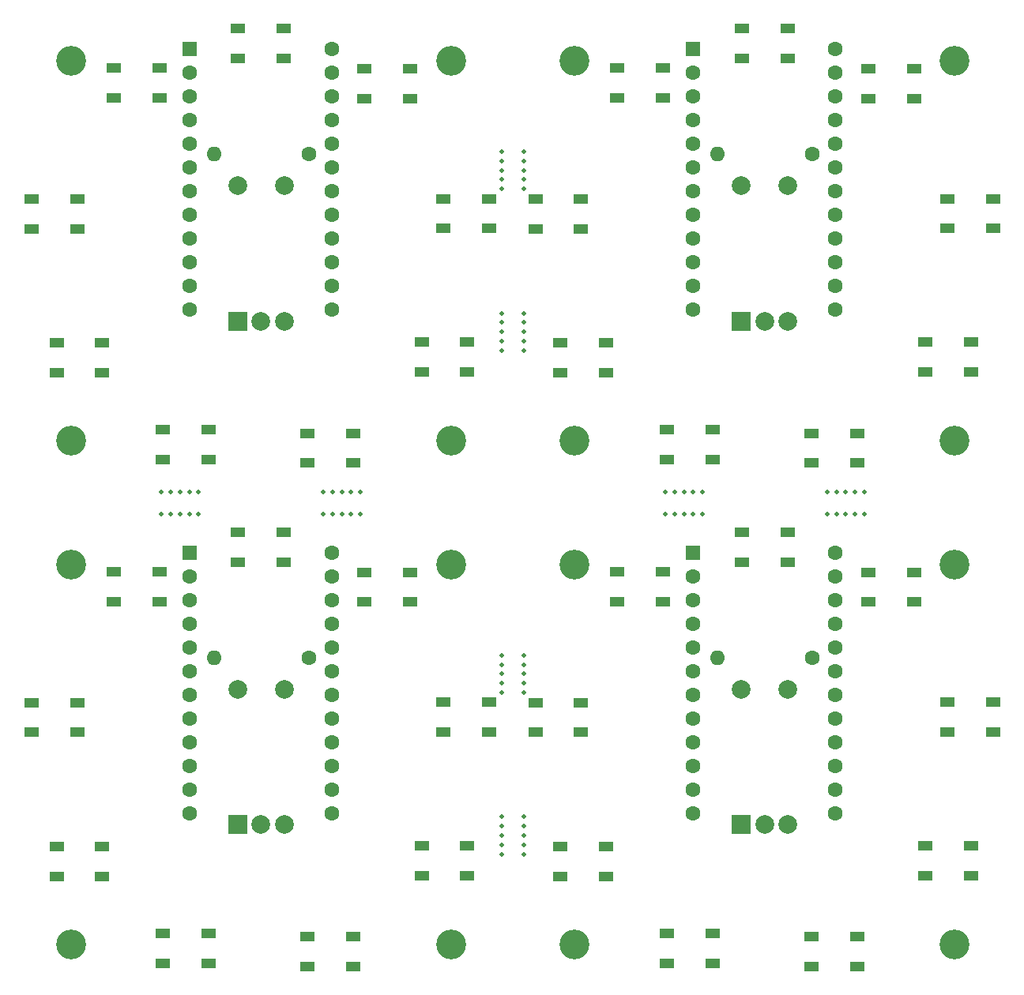
<source format=gbr>
%TF.GenerationSoftware,KiCad,Pcbnew,(6.0.0)*%
%TF.CreationDate,2022-01-01T22:41:15+01:00*%
%TF.ProjectId,VolumeKnob,566f6c75-6d65-44b6-9e6f-622e6b696361,rev?*%
%TF.SameCoordinates,Original*%
%TF.FileFunction,Soldermask,Top*%
%TF.FilePolarity,Negative*%
%FSLAX46Y46*%
G04 Gerber Fmt 4.6, Leading zero omitted, Abs format (unit mm)*
G04 Created by KiCad (PCBNEW (6.0.0)) date 2022-01-01 22:41:15*
%MOMM*%
%LPD*%
G01*
G04 APERTURE LIST*
%ADD10C,0.500000*%
%ADD11R,1.500000X1.000000*%
%ADD12C,3.200000*%
%ADD13C,1.600000*%
%ADD14O,1.600000X1.600000*%
%ADD15R,2.000000X2.000000*%
%ADD16C,2.000000*%
%ADD17R,1.600000X1.600000*%
G04 APERTURE END LIST*
D10*
%TO.C,REF\u002A\u002A*%
X95333667Y-78201000D03*
%TD*%
D11*
%TO.C,D8*%
X25409997Y-98400003D03*
X25409997Y-101600003D03*
X30309997Y-101600003D03*
X30309997Y-98400003D03*
%TD*%
D10*
%TO.C,REF\u002A\u002A*%
X75798999Y-94333667D03*
%TD*%
%TO.C,REF\u002A\u002A*%
X75798997Y-56666332D03*
%TD*%
D11*
%TO.C,D1*%
X47539997Y-80140003D03*
X47539997Y-83340003D03*
X52439997Y-83340003D03*
X52439997Y-80140003D03*
%TD*%
D10*
%TO.C,REF\u002A\u002A*%
X113666335Y-78201002D03*
%TD*%
%TO.C,REF\u002A\u002A*%
X42333664Y-78201000D03*
%TD*%
D11*
%TO.C,D1*%
X101540004Y-80140003D03*
X101540004Y-83340003D03*
X106440004Y-83340003D03*
X106440004Y-80140003D03*
%TD*%
D10*
%TO.C,REF\u002A\u002A*%
X75798997Y-110666335D03*
%TD*%
%TO.C,REF\u002A\u002A*%
X59666332Y-78201002D03*
%TD*%
%TO.C,REF\u002A\u002A*%
X75798999Y-41333664D03*
%TD*%
D12*
%TO.C,REF\u002A\u002A*%
X70349997Y-83600003D03*
%TD*%
D10*
%TO.C,REF\u002A\u002A*%
X78201000Y-113666335D03*
%TD*%
D12*
%TO.C,REF\u002A\u002A*%
X83630004Y-83600003D03*
%TD*%
D10*
%TO.C,REF\u002A\u002A*%
X78201002Y-43333664D03*
%TD*%
D11*
%TO.C,D1*%
X101540004Y-26139997D03*
X101540004Y-29339997D03*
X106440004Y-29339997D03*
X106440004Y-26139997D03*
%TD*%
D13*
%TO.C,R1*%
X109110004Y-93600003D03*
D14*
X98950004Y-93600003D03*
%TD*%
D10*
%TO.C,REF\u002A\u002A*%
X78201000Y-59666332D03*
%TD*%
D11*
%TO.C,D9*%
X88210004Y-30389997D03*
X88210004Y-33589997D03*
X93110004Y-33589997D03*
X93110004Y-30389997D03*
%TD*%
D10*
%TO.C,REF\u002A\u002A*%
X78201000Y-114666335D03*
%TD*%
%TO.C,REF\u002A\u002A*%
X56666332Y-75798999D03*
%TD*%
%TO.C,REF\u002A\u002A*%
X75798999Y-40333664D03*
%TD*%
%TO.C,REF\u002A\u002A*%
X41333664Y-75798997D03*
%TD*%
%TO.C,REF\u002A\u002A*%
X95333668Y-75798997D03*
%TD*%
%TO.C,REF\u002A\u002A*%
X78201003Y-94333667D03*
%TD*%
D12*
%TO.C,REF\u002A\u002A*%
X124350004Y-29599997D03*
%TD*%
D10*
%TO.C,REF\u002A\u002A*%
X75798997Y-58666332D03*
%TD*%
%TO.C,REF\u002A\u002A*%
X97333667Y-78201000D03*
%TD*%
D13*
%TO.C,R1*%
X55109997Y-39599997D03*
D14*
X44949997Y-39599997D03*
%TD*%
D13*
%TO.C,R1*%
X55109997Y-93600003D03*
D14*
X44949997Y-93600003D03*
%TD*%
D11*
%TO.C,D4*%
X121220004Y-113740003D03*
X121220004Y-116940003D03*
X126120004Y-116940003D03*
X126120004Y-113740003D03*
%TD*%
%TO.C,D6*%
X39499997Y-69159997D03*
X39499997Y-72359997D03*
X44399997Y-72359997D03*
X44399997Y-69159997D03*
%TD*%
%TO.C,D7*%
X28099997Y-59829997D03*
X28099997Y-63029997D03*
X32999997Y-63029997D03*
X32999997Y-59829997D03*
%TD*%
D10*
%TO.C,REF\u002A\u002A*%
X78201003Y-40333664D03*
%TD*%
D11*
%TO.C,D8*%
X79410004Y-44399997D03*
X79410004Y-47599997D03*
X84310004Y-47599997D03*
X84310004Y-44399997D03*
%TD*%
D10*
%TO.C,REF\u002A\u002A*%
X39333664Y-75798997D03*
%TD*%
D12*
%TO.C,REF\u002A\u002A*%
X29629997Y-83600003D03*
%TD*%
D10*
%TO.C,REF\u002A\u002A*%
X75798997Y-113666335D03*
%TD*%
D12*
%TO.C,REF\u002A\u002A*%
X124350004Y-83600003D03*
%TD*%
D10*
%TO.C,REF\u002A\u002A*%
X75798997Y-112666335D03*
%TD*%
%TO.C,REF\u002A\u002A*%
X75798999Y-42333664D03*
%TD*%
D11*
%TO.C,D1*%
X47539997Y-26139997D03*
X47539997Y-29339997D03*
X52439997Y-29339997D03*
X52439997Y-26139997D03*
%TD*%
D12*
%TO.C,REF\u002A\u002A*%
X83630004Y-124340003D03*
%TD*%
D10*
%TO.C,REF\u002A\u002A*%
X75798997Y-111666335D03*
%TD*%
D11*
%TO.C,D4*%
X67219997Y-113740003D03*
X67219997Y-116940003D03*
X72119997Y-116940003D03*
X72119997Y-113740003D03*
%TD*%
D15*
%TO.C,SW1*%
X101500004Y-57499997D03*
D16*
X106500004Y-57499997D03*
X104000004Y-57499997D03*
X101500004Y-42999997D03*
X106500004Y-42999997D03*
%TD*%
D11*
%TO.C,D8*%
X79410004Y-98400003D03*
X79410004Y-101600003D03*
X84310004Y-101600003D03*
X84310004Y-98400003D03*
%TD*%
D10*
%TO.C,REF\u002A\u002A*%
X40333664Y-75798997D03*
%TD*%
%TO.C,REF\u002A\u002A*%
X41333664Y-78201000D03*
%TD*%
D11*
%TO.C,D3*%
X123560004Y-44389997D03*
X123560004Y-47589997D03*
X128460004Y-47589997D03*
X128460004Y-44389997D03*
%TD*%
D10*
%TO.C,REF\u002A\u002A*%
X75798999Y-97333667D03*
%TD*%
%TO.C,REF\u002A\u002A*%
X111666335Y-78201002D03*
%TD*%
%TO.C,REF\u002A\u002A*%
X78201000Y-112666335D03*
%TD*%
%TO.C,REF\u002A\u002A*%
X75798997Y-59666332D03*
%TD*%
D11*
%TO.C,D8*%
X25409997Y-44399997D03*
X25409997Y-47599997D03*
X30309997Y-47599997D03*
X30309997Y-44399997D03*
%TD*%
D10*
%TO.C,REF\u002A\u002A*%
X93333667Y-78201000D03*
%TD*%
D11*
%TO.C,D3*%
X69559997Y-44389997D03*
X69559997Y-47589997D03*
X74459997Y-47589997D03*
X74459997Y-44389997D03*
%TD*%
D17*
%TO.C,U1*%
X42329997Y-28319997D03*
D13*
X42329997Y-30859997D03*
X42329997Y-33399997D03*
X42329997Y-35939997D03*
X42329997Y-38479997D03*
X42329997Y-41019997D03*
X42329997Y-43559997D03*
X42329997Y-46099997D03*
X42329997Y-48639997D03*
X42329997Y-51179997D03*
X42329997Y-53719997D03*
X42329997Y-56259997D03*
X57569997Y-56259997D03*
X57569997Y-53719997D03*
X57569997Y-51179997D03*
X57569997Y-48639997D03*
X57569997Y-46099997D03*
X57569997Y-43559997D03*
X57569997Y-41019997D03*
X57569997Y-38479997D03*
X57569997Y-35939997D03*
X57569997Y-33399997D03*
X57569997Y-30859997D03*
X57569997Y-28319997D03*
%TD*%
D10*
%TO.C,REF\u002A\u002A*%
X96333667Y-78201000D03*
%TD*%
%TO.C,REF\u002A\u002A*%
X75798999Y-39333664D03*
%TD*%
%TO.C,REF\u002A\u002A*%
X96333668Y-75798997D03*
%TD*%
D11*
%TO.C,D3*%
X123560004Y-98390003D03*
X123560004Y-101590003D03*
X128460004Y-101590003D03*
X128460004Y-98390003D03*
%TD*%
D10*
%TO.C,REF\u002A\u002A*%
X111666336Y-75798999D03*
%TD*%
D11*
%TO.C,D5*%
X55019997Y-69519997D03*
X55019997Y-72719997D03*
X59919997Y-72719997D03*
X59919997Y-69519997D03*
%TD*%
D10*
%TO.C,REF\u002A\u002A*%
X78201003Y-42333664D03*
%TD*%
%TO.C,REF\u002A\u002A*%
X59666332Y-75798999D03*
%TD*%
D11*
%TO.C,D9*%
X34209997Y-84390003D03*
X34209997Y-87590003D03*
X39109997Y-87590003D03*
X39109997Y-84390003D03*
%TD*%
D10*
%TO.C,REF\u002A\u002A*%
X78201002Y-97333667D03*
%TD*%
D12*
%TO.C,REF\u002A\u002A*%
X70349997Y-124310003D03*
%TD*%
D10*
%TO.C,REF\u002A\u002A*%
X93333668Y-75798997D03*
%TD*%
%TO.C,REF\u002A\u002A*%
X94333668Y-75798997D03*
%TD*%
%TO.C,REF\u002A\u002A*%
X43333664Y-75798997D03*
%TD*%
%TO.C,REF\u002A\u002A*%
X42333664Y-75798997D03*
%TD*%
D17*
%TO.C,U1*%
X96330004Y-28319997D03*
D13*
X96330004Y-30859997D03*
X96330004Y-33399997D03*
X96330004Y-35939997D03*
X96330004Y-38479997D03*
X96330004Y-41019997D03*
X96330004Y-43559997D03*
X96330004Y-46099997D03*
X96330004Y-48639997D03*
X96330004Y-51179997D03*
X96330004Y-53719997D03*
X96330004Y-56259997D03*
X111570004Y-56259997D03*
X111570004Y-53719997D03*
X111570004Y-51179997D03*
X111570004Y-48639997D03*
X111570004Y-46099997D03*
X111570004Y-43559997D03*
X111570004Y-41019997D03*
X111570004Y-38479997D03*
X111570004Y-35939997D03*
X111570004Y-33399997D03*
X111570004Y-30859997D03*
X111570004Y-28319997D03*
%TD*%
D10*
%TO.C,REF\u002A\u002A*%
X58666332Y-78201002D03*
%TD*%
D15*
%TO.C,SW1*%
X101500004Y-111500003D03*
D16*
X106500004Y-111500003D03*
X104000004Y-111500003D03*
X101500004Y-97000003D03*
X106500004Y-97000003D03*
%TD*%
D11*
%TO.C,D3*%
X69559997Y-98390003D03*
X69559997Y-101590003D03*
X74459997Y-101590003D03*
X74459997Y-98390003D03*
%TD*%
D10*
%TO.C,REF\u002A\u002A*%
X75798997Y-114666335D03*
%TD*%
D17*
%TO.C,U1*%
X42329997Y-82320003D03*
D13*
X42329997Y-84860003D03*
X42329997Y-87400003D03*
X42329997Y-89940003D03*
X42329997Y-92480003D03*
X42329997Y-95020003D03*
X42329997Y-97560003D03*
X42329997Y-100100003D03*
X42329997Y-102640003D03*
X42329997Y-105180003D03*
X42329997Y-107720003D03*
X42329997Y-110260003D03*
X57569997Y-110260003D03*
X57569997Y-107720003D03*
X57569997Y-105180003D03*
X57569997Y-102640003D03*
X57569997Y-100100003D03*
X57569997Y-97560003D03*
X57569997Y-95020003D03*
X57569997Y-92480003D03*
X57569997Y-89940003D03*
X57569997Y-87400003D03*
X57569997Y-84860003D03*
X57569997Y-82320003D03*
%TD*%
D10*
%TO.C,REF\u002A\u002A*%
X113666336Y-75798999D03*
%TD*%
D12*
%TO.C,REF\u002A\u002A*%
X83630004Y-70339997D03*
%TD*%
D17*
%TO.C,U1*%
X96330004Y-82320003D03*
D13*
X96330004Y-84860003D03*
X96330004Y-87400003D03*
X96330004Y-89940003D03*
X96330004Y-92480003D03*
X96330004Y-95020003D03*
X96330004Y-97560003D03*
X96330004Y-100100003D03*
X96330004Y-102640003D03*
X96330004Y-105180003D03*
X96330004Y-107720003D03*
X96330004Y-110260003D03*
X111570004Y-110260003D03*
X111570004Y-107720003D03*
X111570004Y-105180003D03*
X111570004Y-102640003D03*
X111570004Y-100100003D03*
X111570004Y-97560003D03*
X111570004Y-95020003D03*
X111570004Y-92480003D03*
X111570004Y-89940003D03*
X111570004Y-87400003D03*
X111570004Y-84860003D03*
X111570004Y-82320003D03*
%TD*%
D11*
%TO.C,D9*%
X88210004Y-84390003D03*
X88210004Y-87590003D03*
X93110004Y-87590003D03*
X93110004Y-84390003D03*
%TD*%
D10*
%TO.C,REF\u002A\u002A*%
X75798999Y-93333667D03*
%TD*%
%TO.C,REF\u002A\u002A*%
X78201003Y-39333664D03*
%TD*%
D12*
%TO.C,REF\u002A\u002A*%
X29629997Y-124340003D03*
%TD*%
D10*
%TO.C,REF\u002A\u002A*%
X78201000Y-111666335D03*
%TD*%
%TO.C,REF\u002A\u002A*%
X78201000Y-57666332D03*
%TD*%
%TO.C,REF\u002A\u002A*%
X75798999Y-95333667D03*
%TD*%
D11*
%TO.C,D4*%
X67219997Y-59739997D03*
X67219997Y-62939997D03*
X72119997Y-62939997D03*
X72119997Y-59739997D03*
%TD*%
D12*
%TO.C,REF\u002A\u002A*%
X83630004Y-29599997D03*
%TD*%
D10*
%TO.C,REF\u002A\u002A*%
X110666335Y-78201002D03*
%TD*%
D12*
%TO.C,REF\u002A\u002A*%
X70349997Y-29599997D03*
%TD*%
D10*
%TO.C,REF\u002A\u002A*%
X112666336Y-75798999D03*
%TD*%
%TO.C,REF\u002A\u002A*%
X78201003Y-95333667D03*
%TD*%
%TO.C,REF\u002A\u002A*%
X75798997Y-57666332D03*
%TD*%
%TO.C,REF\u002A\u002A*%
X75798997Y-60666332D03*
%TD*%
%TO.C,REF\u002A\u002A*%
X112666335Y-78201002D03*
%TD*%
%TO.C,REF\u002A\u002A*%
X39333664Y-78201000D03*
%TD*%
D11*
%TO.C,D4*%
X121220004Y-59739997D03*
X121220004Y-62939997D03*
X126120004Y-62939997D03*
X126120004Y-59739997D03*
%TD*%
D10*
%TO.C,REF\u002A\u002A*%
X60666332Y-75798999D03*
%TD*%
%TO.C,REF\u002A\u002A*%
X78201003Y-41333664D03*
%TD*%
D11*
%TO.C,D7*%
X28099997Y-113830003D03*
X28099997Y-117030003D03*
X32999997Y-117030003D03*
X32999997Y-113830003D03*
%TD*%
D10*
%TO.C,REF\u002A\u002A*%
X78201001Y-56666332D03*
%TD*%
D12*
%TO.C,REF\u002A\u002A*%
X29629997Y-29599997D03*
%TD*%
D11*
%TO.C,D6*%
X39499997Y-123160003D03*
X39499997Y-126360003D03*
X44399997Y-126360003D03*
X44399997Y-123160003D03*
%TD*%
%TO.C,D2*%
X115110004Y-30429997D03*
X115110004Y-33629997D03*
X120010004Y-33629997D03*
X120010004Y-30429997D03*
%TD*%
D10*
%TO.C,REF\u002A\u002A*%
X78201003Y-96333667D03*
%TD*%
D11*
%TO.C,D5*%
X55019997Y-123520003D03*
X55019997Y-126720003D03*
X59919997Y-126720003D03*
X59919997Y-123520003D03*
%TD*%
D10*
%TO.C,REF\u002A\u002A*%
X40333664Y-78201000D03*
%TD*%
D11*
%TO.C,D2*%
X61109997Y-84430003D03*
X61109997Y-87630003D03*
X66009997Y-87630003D03*
X66009997Y-84430003D03*
%TD*%
D10*
%TO.C,REF\u002A\u002A*%
X56666332Y-78201002D03*
%TD*%
D11*
%TO.C,D5*%
X109020004Y-69519997D03*
X109020004Y-72719997D03*
X113920004Y-72719997D03*
X113920004Y-69519997D03*
%TD*%
D12*
%TO.C,REF\u002A\u002A*%
X124350004Y-124310003D03*
%TD*%
D11*
%TO.C,D7*%
X82100004Y-59829997D03*
X82100004Y-63029997D03*
X87000004Y-63029997D03*
X87000004Y-59829997D03*
%TD*%
D12*
%TO.C,REF\u002A\u002A*%
X70349997Y-70309997D03*
%TD*%
%TO.C,REF\u002A\u002A*%
X124350004Y-70309997D03*
%TD*%
D10*
%TO.C,REF\u002A\u002A*%
X60666332Y-78201002D03*
%TD*%
D11*
%TO.C,D9*%
X34209997Y-30389997D03*
X34209997Y-33589997D03*
X39109997Y-33589997D03*
X39109997Y-30389997D03*
%TD*%
D15*
%TO.C,SW1*%
X47499997Y-57499997D03*
D16*
X52499997Y-57499997D03*
X49999997Y-57499997D03*
X47499997Y-42999997D03*
X52499997Y-42999997D03*
%TD*%
D11*
%TO.C,D5*%
X109020004Y-123520003D03*
X109020004Y-126720003D03*
X113920004Y-126720003D03*
X113920004Y-123520003D03*
%TD*%
D13*
%TO.C,R1*%
X109110004Y-39599997D03*
D14*
X98950004Y-39599997D03*
%TD*%
D11*
%TO.C,D6*%
X93500004Y-69159997D03*
X93500004Y-72359997D03*
X98400004Y-72359997D03*
X98400004Y-69159997D03*
%TD*%
D10*
%TO.C,REF\u002A\u002A*%
X57666332Y-78201002D03*
%TD*%
%TO.C,REF\u002A\u002A*%
X78201000Y-58666332D03*
%TD*%
%TO.C,REF\u002A\u002A*%
X114666336Y-75798999D03*
%TD*%
%TO.C,REF\u002A\u002A*%
X114666335Y-78201002D03*
%TD*%
D15*
%TO.C,SW1*%
X47499997Y-111500003D03*
D16*
X52499997Y-111500003D03*
X49999997Y-111500003D03*
X47499997Y-97000003D03*
X52499997Y-97000003D03*
%TD*%
D10*
%TO.C,REF\u002A\u002A*%
X75798999Y-43333664D03*
%TD*%
%TO.C,REF\u002A\u002A*%
X43333664Y-78201000D03*
%TD*%
D11*
%TO.C,D6*%
X93500004Y-123160003D03*
X93500004Y-126360003D03*
X98400004Y-126360003D03*
X98400004Y-123160003D03*
%TD*%
D10*
%TO.C,REF\u002A\u002A*%
X58666332Y-75798999D03*
%TD*%
D11*
%TO.C,D2*%
X115110004Y-84430003D03*
X115110004Y-87630003D03*
X120010004Y-87630003D03*
X120010004Y-84430003D03*
%TD*%
D10*
%TO.C,REF\u002A\u002A*%
X110666336Y-75798999D03*
%TD*%
D12*
%TO.C,REF\u002A\u002A*%
X29629997Y-70339997D03*
%TD*%
D11*
%TO.C,D7*%
X82100004Y-113830003D03*
X82100004Y-117030003D03*
X87000004Y-117030003D03*
X87000004Y-113830003D03*
%TD*%
D10*
%TO.C,REF\u002A\u002A*%
X57666332Y-75798999D03*
%TD*%
%TO.C,REF\u002A\u002A*%
X97333668Y-75798997D03*
%TD*%
%TO.C,REF\u002A\u002A*%
X78201001Y-110666335D03*
%TD*%
%TO.C,REF\u002A\u002A*%
X94333667Y-78201000D03*
%TD*%
%TO.C,REF\u002A\u002A*%
X78201003Y-93333667D03*
%TD*%
%TO.C,REF\u002A\u002A*%
X75798999Y-96333667D03*
%TD*%
%TO.C,REF\u002A\u002A*%
X78201000Y-60666332D03*
%TD*%
D11*
%TO.C,D2*%
X61109997Y-30429997D03*
X61109997Y-33629997D03*
X66009997Y-33629997D03*
X66009997Y-30429997D03*
%TD*%
M02*

</source>
